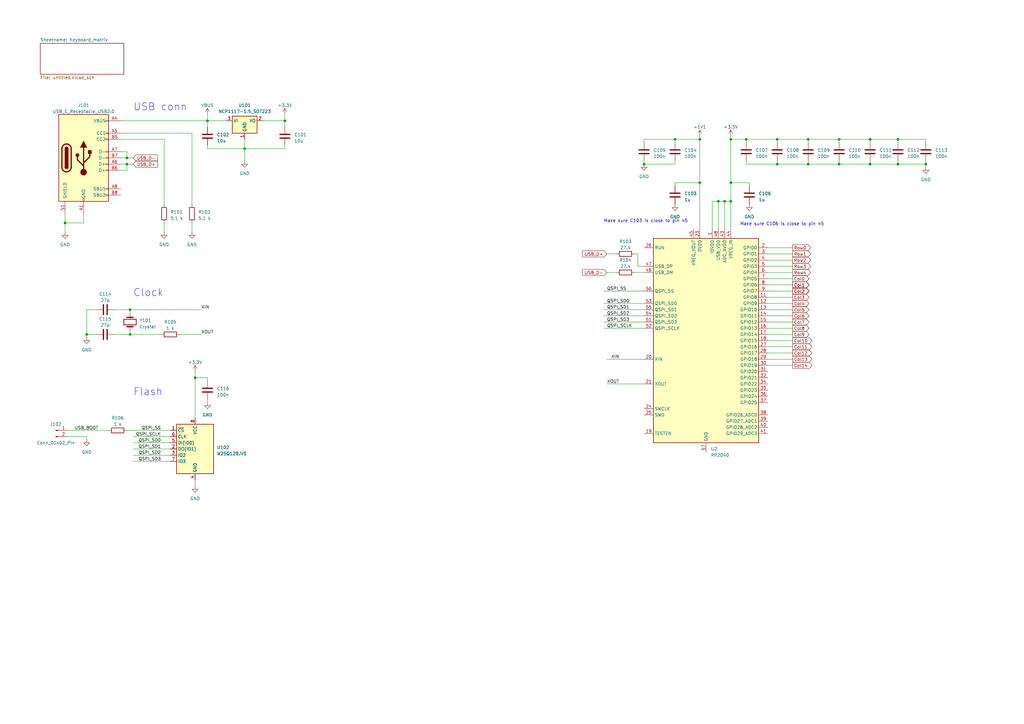
<source format=kicad_sch>
(kicad_sch (version 20230121) (generator eeschema)
  (paper "A3")
  (lib_symbols
    (symbol "Connector:Conn_01x02_Pin" (pin_names (offset 1.016) hide)
      (property "Reference" "J" (at 0 2.54 0))
      (property "Value" "Conn_01x02_Pin" (at 0 -5.08 0))
      (symbol "Conn_01x02_Pin_1_1"
        (polyline (pts (xy 1.27 -2.54) (xy 0.8636 -2.54)) (stroke (width 0.1524)))
        (polyline (pts (xy 1.27 0) (xy 0.8636 0)) (stroke (width 0.1524)))
        (rectangle (start 0.8636 -2.413) (end 0 -2.667) (stroke (width 0.1524)) (fill (type outline)))
        (rectangle (start 0.8636 0.127) (end 0 -0.127) (stroke (width 0.1524)) (fill (type outline)))
        (pin passive line (at 5.08 0 180) (length 3.81) (name "Pin_1") (number "1"))
        (pin passive line (at 5.08 -2.54 180) (length 3.81) (name "Pin_2") (number "2"))
      )
    )
    (symbol "Connector:USB_C_Receptacle_USB2.0" (pin_names (offset 1.016))
      (property "Reference" "J" (at -10.16 19.05 0))
      (property "Value" "USB_C_Receptacle_USB2.0" (at 19.05 19.05 0))
      (symbol "USB_C_Receptacle_USB2.0_0_0"
        (rectangle (start -0.254 -17.78) (end 0.254 -16.764))
        (rectangle (start 10.16 -14.986) (end 9.144 -15.494))
        (rectangle (start 10.16 -12.446) (end 9.144 -12.954))
        (rectangle (start 10.16 -4.826) (end 9.144 -5.334))
        (rectangle (start 10.16 -2.286) (end 9.144 -2.794))
        (rectangle (start 10.16 0.254) (end 9.144 -0.254))
        (rectangle (start 10.16 2.794) (end 9.144 2.286))
        (rectangle (start 10.16 7.874) (end 9.144 7.366))
        (rectangle (start 10.16 10.414) (end 9.144 9.906))
        (rectangle (start 10.16 15.494) (end 9.144 14.986))
      )
      (symbol "USB_C_Receptacle_USB2.0_0_1"
        (rectangle (start -10.16 17.78) (end 10.16 -17.78) (stroke (width 0.254)) (fill (type background)))
        (arc (start -8.89 -3.81) (mid -6.985 -5.7067) (end -5.08 -3.81) (stroke (width 0.508)))
        (arc (start -7.62 -3.81) (mid -6.985 -4.4423) (end -6.35 -3.81) (stroke (width 0.254)))
        (arc (start -7.62 -3.81) (mid -6.985 -4.4423) (end -6.35 -3.81) (stroke (width 0.254)) (fill (type outline)))
        (rectangle (start -7.62 -3.81) (end -6.35 3.81) (stroke (width 0.254)) (fill (type outline)))
        (arc (start -6.35 3.81) (mid -6.985 4.4423) (end -7.62 3.81) (stroke (width 0.254)))
        (arc (start -6.35 3.81) (mid -6.985 4.4423) (end -7.62 3.81) (stroke (width 0.254)) (fill (type outline)))
        (arc (start -5.08 3.81) (mid -6.985 5.7067) (end -8.89 3.81) (stroke (width 0.508)))
        (circle (center -2.54 1.143) (radius 0.635) (stroke (width 0.254)) (fill (type outline)))
        (circle (center 0 -5.842) (radius 1.27) (fill (type outline)))
        (polyline (pts (xy -8.89 -3.81) (xy -8.89 3.81)) (stroke (width 0.508)))
        (polyline (pts (xy -5.08 3.81) (xy -5.08 -3.81)) (stroke (width 0.508)))
        (polyline (pts (xy 0 -5.842) (xy 0 4.318)) (stroke (width 0.508)))
        (polyline (pts (xy 0 -3.302) (xy -2.54 -0.762) (xy -2.54 0.508)) (stroke (width 0.508)))
        (polyline (pts (xy 0 -2.032) (xy 2.54 0.508) (xy 2.54 1.778)) (stroke (width 0.508)))
        (polyline (pts (xy -1.27 4.318) (xy 0 6.858) (xy 1.27 4.318) (xy -1.27 4.318)) (stroke (width 0.254)) (fill (type outline)))
        (rectangle (start 1.905 1.778) (end 3.175 3.048) (stroke (width 0.254)) (fill (type outline)))
      )
      (symbol "USB_C_Receptacle_USB2.0_1_1"
        (pin passive line (at 0 -22.86 90) (length 5.08) (name "GND") (number "A1"))
        (pin passive line (at 0 -22.86 90) (length 5.08) hide (name "GND") (number "A12"))
        (pin passive line (at 15.24 15.24 180) (length 5.08) (name "VBUS") (number "A4"))
        (pin bidirectional line (at 15.24 10.16 180) (length 5.08) (name "CC1") (number "A5"))
        (pin bidirectional line (at 15.24 -2.54 180) (length 5.08) (name "D+") (number "A6"))
        (pin bidirectional line (at 15.24 2.54 180) (length 5.08) (name "D-") (number "A7"))
        (pin bidirectional line (at 15.24 -12.7 180) (length 5.08) (name "SBU1") (number "A8"))
        (pin passive line (at 15.24 15.24 180) (length 5.08) hide (name "VBUS") (number "A9"))
        (pin passive line (at 0 -22.86 90) (length 5.08) hide (name "GND") (number "B1"))
        (pin passive line (at 0 -22.86 90) (length 5.08) hide (name "GND") (number "B12"))
        (pin passive line (at 15.24 15.24 180) (length 5.08) hide (name "VBUS") (number "B4"))
        (pin bidirectional line (at 15.24 7.62 180) (length 5.08) (name "CC2") (number "B5"))
        (pin bidirectional line (at 15.24 -5.08 180) (length 5.08) (name "D+") (number "B6"))
        (pin bidirectional line (at 15.24 0 180) (length 5.08) (name "D-") (number "B7"))
        (pin bidirectional line (at 15.24 -15.24 180) (length 5.08) (name "SBU2") (number "B8"))
        (pin passive line (at 15.24 15.24 180) (length 5.08) hide (name "VBUS") (number "B9"))
        (pin passive line (at -7.62 -22.86 90) (length 5.08) (name "SHIELD") (number "S1"))
      )
    )
    (symbol "Device:C" (pin_numbers hide) (pin_names (offset 0.254))
      (property "Reference" "C" (at 0.635 2.54 0))
      (property "Value" "C" (at 0.635 -2.54 0))
      (symbol "C_0_1"
        (polyline (pts (xy -2.032 -0.762) (xy 2.032 -0.762)) (stroke (width 0.508)))
        (polyline (pts (xy -2.032 0.762) (xy 2.032 0.762)) (stroke (width 0.508)))
      )
      (symbol "C_1_1"
        (pin passive line (at 0 3.81 270) (length 2.794) (name "~") (number "1"))
        (pin passive line (at 0 -3.81 90) (length 2.794) (name "~") (number "2"))
      )
    )
    (symbol "Device:Crystal" (pin_numbers hide) (pin_names (offset 1.016) hide)
      (property "Reference" "Y" (at 0 3.81 0))
      (property "Value" "Crystal" (at 0 -3.81 0))
      (symbol "Crystal_0_1"
        (rectangle (start -1.143 2.54) (end 1.143 -2.54) (stroke (width 0.3048)))
        (polyline (pts (xy -2.54 0) (xy -1.905 0)))
        (polyline (pts (xy -1.905 -1.27) (xy -1.905 1.27)) (stroke (width 0.508)))
        (polyline (pts (xy 1.905 -1.27) (xy 1.905 1.27)) (stroke (width 0.508)))
        (polyline (pts (xy 2.54 0) (xy 1.905 0)))
      )
      (symbol "Crystal_1_1"
        (pin passive line (at -3.81 0 0) (length 1.27) (name "1") (number "1"))
        (pin passive line (at 3.81 0 180) (length 1.27) (name "2") (number "2"))
      )
    )
    (symbol "Device:R" (pin_numbers hide) (pin_names (offset 0))
      (property "Reference" "R" (at 2.032 0 90))
      (property "Value" "R" (at 0 0 90))
      (symbol "R_0_1"
        (rectangle (start -1.016 -2.54) (end 1.016 2.54) (stroke (width 0.254)))
      )
      (symbol "R_1_1"
        (pin passive line (at 0 3.81 270) (length 1.27) (name "~") (number "1"))
        (pin passive line (at 0 -3.81 90) (length 1.27) (name "~") (number "2"))
      )
    )
    (symbol "MCU_RaspberryPi:RP2040"
      (property "Reference" "U" (at 17.78 45.72 0))
      (property "Value" "RP2040" (at 17.78 43.18 0))
      (symbol "RP2040_0_1"
        (rectangle (start -21.59 41.91) (end 21.59 -41.91) (stroke (width 0.254)) (fill (type background)))
      )
      (symbol "RP2040_1_1"
        (pin power_in line (at 2.54 45.72 270) (length 3.81) (name "IOVDD") (number "1"))
        (pin passive line (at 2.54 45.72 270) (length 3.81) hide (name "IOVDD") (number "10"))
        (pin bidirectional line (at 25.4 17.78 180) (length 3.81) (name "GPIO8") (number "11"))
        (pin bidirectional line (at 25.4 15.24 180) (length 3.81) (name "GPIO9") (number "12"))
        (pin bidirectional line (at 25.4 12.7 180) (length 3.81) (name "GPIO10") (number "13"))
        (pin bidirectional line (at 25.4 10.16 180) (length 3.81) (name "GPIO11") (number "14"))
        (pin bidirectional line (at 25.4 7.62 180) (length 3.81) (name "GPIO12") (number "15"))
        (pin bidirectional line (at 25.4 5.08 180) (length 3.81) (name "GPIO13") (number "16"))
        (pin bidirectional line (at 25.4 2.54 180) (length 3.81) (name "GPIO14") (number "17"))
        (pin bidirectional line (at 25.4 0 180) (length 3.81) (name "GPIO15") (number "18"))
        (pin input line (at -25.4 -38.1 0) (length 3.81) (name "TESTEN") (number "19"))
        (pin bidirectional line (at 25.4 38.1 180) (length 3.81) (name "GPIO0") (number "2"))
        (pin input line (at -25.4 -7.62 0) (length 3.81) (name "XIN") (number "20"))
        (pin passive line (at -25.4 -17.78 0) (length 3.81) (name "XOUT") (number "21"))
        (pin passive line (at 2.54 45.72 270) (length 3.81) hide (name "IOVDD") (number "22"))
        (pin power_in line (at -2.54 45.72 270) (length 3.81) (name "DVDD") (number "23"))
        (pin input line (at -25.4 -27.94 0) (length 3.81) (name "SWCLK") (number "24"))
        (pin bidirectional line (at -25.4 -30.48 0) (length 3.81) (name "SWD") (number "25"))
        (pin input line (at -25.4 38.1 0) (length 3.81) (name "RUN") (number "26"))
        (pin bidirectional line (at 25.4 -2.54 180) (length 3.81) (name "GPIO16") (number "27"))
        (pin bidirectional line (at 25.4 -5.08 180) (length 3.81) (name "GPIO17") (number "28"))
        (pin bidirectional line (at 25.4 -7.62 180) (length 3.81) (name "GPIO18") (number "29"))
        (pin bidirectional line (at 25.4 35.56 180) (length 3.81) (name "GPIO1") (number "3"))
        (pin bidirectional line (at 25.4 -10.16 180) (length 3.81) (name "GPIO19") (number "30"))
        (pin bidirectional line (at 25.4 -12.7 180) (length 3.81) (name "GPIO20") (number "31"))
        (pin bidirectional line (at 25.4 -15.24 180) (length 3.81) (name "GPIO21") (number "32"))
        (pin passive line (at 2.54 45.72 270) (length 3.81) hide (name "IOVDD") (number "33"))
        (pin bidirectional line (at 25.4 -17.78 180) (length 3.81) (name "GPIO22") (number "34"))
        (pin bidirectional line (at 25.4 -20.32 180) (length 3.81) (name "GPIO23") (number "35"))
        (pin bidirectional line (at 25.4 -22.86 180) (length 3.81) (name "GPIO24") (number "36"))
        (pin bidirectional line (at 25.4 -25.4 180) (length 3.81) (name "GPIO25") (number "37"))
        (pin bidirectional line (at 25.4 -30.48 180) (length 3.81) (name "GPIO26_ADC0") (number "38"))
        (pin bidirectional line (at 25.4 -33.02 180) (length 3.81) (name "GPIO27_ADC1") (number "39"))
        (pin bidirectional line (at 25.4 33.02 180) (length 3.81) (name "GPIO2") (number "4"))
        (pin bidirectional line (at 25.4 -35.56 180) (length 3.81) (name "GPIO28_ADC2") (number "40"))
        (pin bidirectional line (at 25.4 -38.1 180) (length 3.81) (name "GPIO29_ADC3") (number "41"))
        (pin passive line (at 2.54 45.72 270) (length 3.81) hide (name "IOVDD") (number "42"))
        (pin power_in line (at 7.62 45.72 270) (length 3.81) (name "ADC_AVDD") (number "43"))
        (pin power_in line (at 10.16 45.72 270) (length 3.81) (name "VREG_IN") (number "44"))
        (pin power_out line (at -5.08 45.72 270) (length 3.81) (name "VREG_VOUT") (number "45"))
        (pin bidirectional line (at -25.4 27.94 0) (length 3.81) (name "USB_DM") (number "46"))
        (pin bidirectional line (at -25.4 30.48 0) (length 3.81) (name "USB_DP") (number "47"))
        (pin power_in line (at 5.08 45.72 270) (length 3.81) (name "USB_VDD") (number "48"))
        (pin passive line (at 2.54 45.72 270) (length 3.81) hide (name "IOVDD") (number "49"))
        (pin bidirectional line (at 25.4 30.48 180) (length 3.81) (name "GPIO3") (number "5"))
        (pin passive line (at -2.54 45.72 270) (length 3.81) hide (name "DVDD") (number "50"))
        (pin bidirectional line (at -25.4 7.62 0) (length 3.81) (name "QSPI_SD3") (number "51"))
        (pin output line (at -25.4 5.08 0) (length 3.81) (name "QSPI_SCLK") (number "52"))
        (pin bidirectional line (at -25.4 15.24 0) (length 3.81) (name "QSPI_SD0") (number "53"))
        (pin bidirectional line (at -25.4 10.16 0) (length 3.81) (name "QSPI_SD2") (number "54"))
        (pin bidirectional line (at -25.4 12.7 0) (length 3.81) (name "QSPI_SD1") (number "55"))
        (pin bidirectional line (at -25.4 20.32 0) (length 3.81) (name "QSPI_SS") (number "56"))
        (pin power_in line (at 0 -45.72 90) (length 3.81) (name "GND") (number "57"))
        (pin bidirectional line (at 25.4 27.94 180) (length 3.81) (name "GPIO4") (number "6"))
        (pin bidirectional line (at 25.4 25.4 180) (length 3.81) (name "GPIO5") (number "7"))
        (pin bidirectional line (at 25.4 22.86 180) (length 3.81) (name "GPIO6") (number "8"))
        (pin bidirectional line (at 25.4 20.32 180) (length 3.81) (name "GPIO7") (number "9"))
      )
    )
    (symbol "Memory_Flash:W25Q128JVS"
      (property "Reference" "U" (at -8.89 8.89 0))
      (property "Value" "W25Q128JVS" (at 7.62 8.89 0))
      (symbol "W25Q128JVS_0_1"
        (rectangle (start -7.62 10.16) (end 7.62 -10.16) (stroke (width 0.254)) (fill (type background)))
      )
      (symbol "W25Q128JVS_1_1"
        (pin input line (at -10.16 7.62 0) (length 2.54) (name "~{CS}") (number "1"))
        (pin bidirectional line (at -10.16 0 0) (length 2.54) (name "DO(IO1)") (number "2"))
        (pin bidirectional line (at -10.16 -2.54 0) (length 2.54) (name "IO2") (number "3"))
        (pin power_in line (at 0 -12.7 90) (length 2.54) (name "GND") (number "4"))
        (pin bidirectional line (at -10.16 2.54 0) (length 2.54) (name "DI(IO0)") (number "5"))
        (pin input line (at -10.16 5.08 0) (length 2.54) (name "CLK") (number "6"))
        (pin bidirectional line (at -10.16 -5.08 0) (length 2.54) (name "IO3") (number "7"))
        (pin power_in line (at 0 12.7 270) (length 2.54) (name "VCC") (number "8"))
      )
    )
    (symbol "Regulator_Linear:NCP1117-1.5_SOT223"
      (property "Reference" "U" (at -3.81 3.175 0))
      (property "Value" "NCP1117-1.5_SOT223" (at 0 3.175 0))
      (symbol "NCP1117-1.5_SOT223_0_1"
        (rectangle (start -5.08 -5.08) (end 5.08 1.905) (stroke (width 0.254)) (fill (type background)))
      )
      (symbol "NCP1117-1.5_SOT223_1_1"
        (pin power_in line (at 0 -7.62 90) (length 2.54) (name "GND") (number "1"))
        (pin power_out line (at 7.62 0 180) (length 2.54) (name "VO") (number "2"))
        (pin power_in line (at -7.62 0 0) (length 2.54) (name "VI") (number "3"))
      )
    )
    (symbol "power:+1V1" (power) (pin_names (offset 0))
      (property "Value" "+1V1" (at 0 3.556 0))
      (symbol "+1V1_0_1"
        (polyline (pts (xy -0.762 1.27) (xy 0 2.54)))
        (polyline (pts (xy 0 0) (xy 0 2.54)))
        (polyline (pts (xy 0 2.54) (xy 0.762 1.27)))
      )
      (symbol "+1V1_1_1"
        (pin power_in line (at 0 0 90) (length 0) hide (name "+1V1") (number "1"))
      )
    )
    (symbol "power:+3.3V" (power) (pin_names (offset 0))
      (property "Value" "+3.3V" (at 0 3.556 0))
      (symbol "+3.3V_0_1"
        (polyline (pts (xy -0.762 1.27) (xy 0 2.54)))
        (polyline (pts (xy 0 0) (xy 0 2.54)))
        (polyline (pts (xy 0 2.54) (xy 0.762 1.27)))
      )
      (symbol "+3.3V_1_1"
        (pin power_in line (at 0 0 90) (length 0) hide (name "+3.3V") (number "1"))
      )
    )
    (symbol "power:GND" (power) (pin_names (offset 0))
      (property "Value" "GND" (at 0 -3.81 0))
      (symbol "GND_0_1"
        (polyline (pts (xy 0 0) (xy 0 -1.27) (xy 1.27 -1.27) (xy 0 -2.54) (xy -1.27 -1.27) (xy 0 -1.27)))
      )
      (symbol "GND_1_1"
        (pin power_in line (at 0 0 270) (length 0) hide (name "GND") (number "1"))
      )
    )
    (symbol "power:VBUS" (power) (pin_names (offset 0))
      (property "Value" "VBUS" (at 0 3.81 0))
      (symbol "VBUS_0_1"
        (polyline (pts (xy -0.762 1.27) (xy 0 2.54)))
        (polyline (pts (xy 0 0) (xy 0 2.54)))
        (polyline (pts (xy 0 2.54) (xy 0.762 1.27)))
      )
      (symbol "VBUS_1_1"
        (pin power_in line (at 0 0 90) (length 0) hide (name "VBUS") (number "1"))
      )
    )
  )
  (junction (at 331.47 57.15))
  (junction (at 53.34 137.16))
  (junction (at 100.33 60.96))
  (junction (at 276.86 57.15))
  (junction (at 35.56 137.16))
  (junction (at 85.09 49.53))
  (junction (at 52.07 64.77))
  (junction (at 52.07 67.31))
  (junction (at 379.73 67.31))
  (junction (at 287.02 57.15))
  (junction (at 356.87 67.31))
  (junction (at 368.3 67.31))
  (junction (at 299.72 57.15))
  (junction (at 26.67 91.44))
  (junction (at 53.34 127))
  (junction (at 356.87 57.15))
  (junction (at 306.07 57.15))
  (junction (at 331.47 67.31))
  (junction (at 297.18 82.55))
  (junction (at 299.72 82.55))
  (junction (at 368.3 57.15))
  (junction (at 318.77 57.15))
  (junction (at 344.17 67.31))
  (junction (at 299.72 74.93))
  (junction (at 294.64 82.55))
  (junction (at 116.84 49.53))
  (junction (at 344.17 57.15))
  (junction (at 264.16 67.31))
  (junction (at 318.77 67.31))
  (junction (at 80.01 154.94))
  (junction (at 287.02 74.93))
  (wire (pts (xy 80.01 154.94) (xy 80.01 171.45)))
  (wire (pts (xy 53.34 127) (xy 53.34 128.27)))
  (wire (pts (xy 247.65 129.54) (xy 264.16 129.54)))
  (wire (pts (xy 54.61 181.61) (xy 69.85 181.61)))
  (wire (pts (xy 52.07 176.53) (xy 69.85 176.53)))
  (wire (pts (xy 78.74 54.61) (xy 49.53 54.61)))
  (wire (pts (xy 107.95 49.53) (xy 116.84 49.53)))
  (wire (pts (xy 85.09 60.96) (xy 85.09 59.69)))
  (wire (pts (xy 314.96 149.86) (xy 325.12 149.86)))
  (wire (pts (xy 52.07 64.77) (xy 54.61 64.77)))
  (wire (pts (xy 276.86 74.93) (xy 276.86 76.2)))
  (wire (pts (xy 325.12 106.68) (xy 314.96 106.68)))
  (wire (pts (xy 46.99 137.16) (xy 53.34 137.16)))
  (wire (pts (xy 318.77 58.42) (xy 318.77 57.15)))
  (wire (pts (xy 49.53 62.23) (xy 52.07 62.23)))
  (wire (pts (xy 314.96 137.16) (xy 325.12 137.16)))
  (wire (pts (xy 299.72 74.93) (xy 307.34 74.93)))
  (wire (pts (xy 85.09 154.94) (xy 85.09 156.21)))
  (wire (pts (xy 294.64 82.55) (xy 297.18 82.55)))
  (wire (pts (xy 331.47 67.31) (xy 331.47 66.04)))
  (wire (pts (xy 314.96 134.62) (xy 325.12 134.62)))
  (wire (pts (xy 294.64 82.55) (xy 294.64 93.98)))
  (wire (pts (xy 325.12 101.6) (xy 314.96 101.6)))
  (wire (pts (xy 85.09 46.99) (xy 85.09 49.53)))
  (wire (pts (xy 276.86 57.15) (xy 287.02 57.15)))
  (wire (pts (xy 260.35 104.14) (xy 261.62 104.14)))
  (wire (pts (xy 368.3 57.15) (xy 379.73 57.15)))
  (wire (pts (xy 247.65 127) (xy 264.16 127)))
  (wire (pts (xy 100.33 60.96) (xy 116.84 60.96)))
  (wire (pts (xy 299.72 82.55) (xy 299.72 93.98)))
  (wire (pts (xy 85.09 49.53) (xy 92.71 49.53)))
  (wire (pts (xy 379.73 67.31) (xy 379.73 66.04)))
  (wire (pts (xy 368.3 58.42) (xy 368.3 57.15)))
  (wire (pts (xy 344.17 58.42) (xy 344.17 57.15)))
  (wire (pts (xy 344.17 57.15) (xy 356.87 57.15)))
  (wire (pts (xy 54.61 179.07) (xy 69.85 179.07)))
  (wire (pts (xy 27.94 179.07) (xy 35.56 179.07)))
  (wire (pts (xy 248.92 111.76) (xy 252.73 111.76)))
  (wire (pts (xy 85.09 49.53) (xy 85.09 52.07)))
  (wire (pts (xy 318.77 57.15) (xy 331.47 57.15)))
  (wire (pts (xy 100.33 57.15) (xy 100.33 60.96)))
  (wire (pts (xy 287.02 74.93) (xy 287.02 93.98)))
  (wire (pts (xy 314.96 129.54) (xy 325.12 129.54)))
  (wire (pts (xy 306.07 57.15) (xy 318.77 57.15)))
  (wire (pts (xy 49.53 64.77) (xy 52.07 64.77)))
  (wire (pts (xy 314.96 147.32) (xy 325.12 147.32)))
  (wire (pts (xy 116.84 60.96) (xy 116.84 59.69)))
  (wire (pts (xy 85.09 60.96) (xy 100.33 60.96)))
  (wire (pts (xy 299.72 55.88) (xy 299.72 57.15)))
  (wire (pts (xy 307.34 74.93) (xy 307.34 76.2)))
  (wire (pts (xy 247.65 134.62) (xy 264.16 134.62)))
  (wire (pts (xy 356.87 57.15) (xy 368.3 57.15)))
  (wire (pts (xy 306.07 67.31) (xy 306.07 66.04)))
  (wire (pts (xy 247.65 124.46) (xy 264.16 124.46)))
  (wire (pts (xy 379.73 67.31) (xy 379.73 68.58)))
  (wire (pts (xy 49.53 49.53) (xy 85.09 49.53)))
  (wire (pts (xy 325.12 109.22) (xy 314.96 109.22)))
  (wire (pts (xy 53.34 137.16) (xy 66.04 137.16)))
  (wire (pts (xy 261.62 109.22) (xy 264.16 109.22)))
  (wire (pts (xy 297.18 82.55) (xy 299.72 82.55)))
  (wire (pts (xy 247.65 132.08) (xy 264.16 132.08)))
  (wire (pts (xy 49.53 67.31) (xy 52.07 67.31)))
  (wire (pts (xy 35.56 179.07) (xy 35.56 180.34)))
  (wire (pts (xy 35.56 127) (xy 35.56 137.16)))
  (wire (pts (xy 264.16 57.15) (xy 264.16 58.42)))
  (wire (pts (xy 261.62 104.14) (xy 261.62 109.22)))
  (wire (pts (xy 53.34 127) (xy 82.55 127)))
  (wire (pts (xy 314.96 139.7) (xy 325.12 139.7)))
  (wire (pts (xy 276.86 66.04) (xy 276.86 67.31)))
  (wire (pts (xy 54.61 184.15) (xy 69.85 184.15)))
  (wire (pts (xy 27.94 176.53) (xy 44.45 176.53)))
  (wire (pts (xy 67.31 91.44) (xy 67.31 95.25)))
  (wire (pts (xy 379.73 57.15) (xy 379.73 58.42)))
  (wire (pts (xy 264.16 57.15) (xy 276.86 57.15)))
  (wire (pts (xy 314.96 116.84) (xy 325.12 116.84)))
  (wire (pts (xy 356.87 58.42) (xy 356.87 57.15)))
  (wire (pts (xy 331.47 57.15) (xy 344.17 57.15)))
  (wire (pts (xy 34.29 87.63) (xy 34.29 91.44)))
  (wire (pts (xy 314.96 142.24) (xy 325.12 142.24)))
  (wire (pts (xy 247.65 119.38) (xy 264.16 119.38)))
  (wire (pts (xy 67.31 83.82) (xy 67.31 57.15)))
  (wire (pts (xy 306.07 58.42) (xy 306.07 57.15)))
  (wire (pts (xy 292.1 93.98) (xy 292.1 82.55)))
  (wire (pts (xy 314.96 114.3) (xy 325.12 114.3)))
  (wire (pts (xy 331.47 58.42) (xy 331.47 57.15)))
  (wire (pts (xy 260.35 111.76) (xy 264.16 111.76)))
  (wire (pts (xy 52.07 69.85) (xy 52.07 67.31)))
  (wire (pts (xy 318.77 67.31) (xy 318.77 66.04)))
  (wire (pts (xy 54.61 186.69) (xy 69.85 186.69)))
  (wire (pts (xy 80.01 154.94) (xy 85.09 154.94)))
  (wire (pts (xy 116.84 49.53) (xy 116.84 52.07)))
  (wire (pts (xy 356.87 67.31) (xy 356.87 66.04)))
  (wire (pts (xy 67.31 57.15) (xy 49.53 57.15)))
  (wire (pts (xy 368.3 67.31) (xy 379.73 67.31)))
  (wire (pts (xy 73.66 137.16) (xy 82.55 137.16)))
  (wire (pts (xy 26.67 87.63) (xy 26.67 91.44)))
  (wire (pts (xy 39.37 127) (xy 35.56 127)))
  (wire (pts (xy 85.09 163.83) (xy 85.09 165.1)))
  (wire (pts (xy 276.86 74.93) (xy 287.02 74.93)))
  (wire (pts (xy 52.07 67.31) (xy 54.61 67.31)))
  (wire (pts (xy 314.96 144.78) (xy 325.12 144.78)))
  (wire (pts (xy 344.17 67.31) (xy 356.87 67.31)))
  (wire (pts (xy 325.12 111.76) (xy 314.96 111.76)))
  (wire (pts (xy 314.96 132.08) (xy 325.12 132.08)))
  (wire (pts (xy 276.86 57.15) (xy 276.86 58.42)))
  (wire (pts (xy 292.1 82.55) (xy 294.64 82.55)))
  (wire (pts (xy 299.72 57.15) (xy 306.07 57.15)))
  (wire (pts (xy 264.16 66.04) (xy 264.16 67.31)))
  (wire (pts (xy 287.02 57.15) (xy 287.02 74.93)))
  (wire (pts (xy 297.18 82.55) (xy 297.18 93.98)))
  (wire (pts (xy 100.33 60.96) (xy 100.33 66.04)))
  (wire (pts (xy 299.72 57.15) (xy 299.72 74.93)))
  (wire (pts (xy 80.01 152.4) (xy 80.01 154.94)))
  (wire (pts (xy 78.74 91.44) (xy 78.74 95.25)))
  (wire (pts (xy 46.99 127) (xy 53.34 127)))
  (wire (pts (xy 248.92 104.14) (xy 252.73 104.14)))
  (wire (pts (xy 314.96 119.38) (xy 325.12 119.38)))
  (wire (pts (xy 80.01 196.85) (xy 80.01 199.39)))
  (wire (pts (xy 34.29 91.44) (xy 26.67 91.44)))
  (wire (pts (xy 314.96 121.92) (xy 325.12 121.92)))
  (wire (pts (xy 368.3 67.31) (xy 368.3 66.04)))
  (wire (pts (xy 78.74 54.61) (xy 78.74 83.82)))
  (wire (pts (xy 299.72 74.93) (xy 299.72 82.55)))
  (wire (pts (xy 35.56 137.16) (xy 39.37 137.16)))
  (wire (pts (xy 306.07 67.31) (xy 318.77 67.31)))
  (wire (pts (xy 356.87 67.31) (xy 368.3 67.31)))
  (wire (pts (xy 49.53 69.85) (xy 52.07 69.85)))
  (wire (pts (xy 248.92 147.32) (xy 264.16 147.32)))
  (wire (pts (xy 264.16 67.31) (xy 276.86 67.31)))
  (wire (pts (xy 325.12 104.14) (xy 314.96 104.14)))
  (wire (pts (xy 26.67 91.44) (xy 26.67 95.25)))
  (wire (pts (xy 331.47 67.31) (xy 344.17 67.31)))
  (wire (pts (xy 344.17 67.31) (xy 344.17 66.04)))
  (wire (pts (xy 318.77 67.31) (xy 331.47 67.31)))
  (wire (pts (xy 53.34 135.89) (xy 53.34 137.16)))
  (wire (pts (xy 54.61 189.23) (xy 69.85 189.23)))
  (wire (pts (xy 116.84 46.99) (xy 116.84 49.53)))
  (wire (pts (xy 314.96 124.46) (xy 325.12 124.46)))
  (wire (pts (xy 314.96 127) (xy 325.12 127)))
  (wire (pts (xy 35.56 137.16) (xy 35.56 138.43)))
  (wire (pts (xy 52.07 62.23) (xy 52.07 64.77)))
  (wire (pts (xy 248.92 157.48) (xy 264.16 157.48)))
  (wire (pts (xy 287.02 55.88) (xy 287.02 57.15)))
  (text "USB conn" (at 54.61 45.72 0) (effects (font (size 3 3)) (justify left bottom)))
  (text "Clock" (at 54.61 121.92 0) (effects (font (size 3 3)) (justify left bottom)))
  (text "Make sure C106 is close to pin 45\n" (at 303.53 92.71 0) (effects (font (size 1.27 1.27)) (justify left bottom)))
  (text "Flash" (at 54.61 162.56 0) (effects (font (size 3 3)) (justify left bottom)))
  (text "Make sure C103 is close to pin 45\n" (at 247.65 91.44 0) (effects (font (size 1.27 1.27)) (justify left bottom)))
  (label "QSPI_SD1" (at 248.92 127 0))
  (label "QSPI_SCLK" (at 66.04 179.07 180))
  (label "QSPI_SD3" (at 66.04 189.23 180))
  (label "XOUT" (at 254 157.48 180))
  (label "QSPI_SS" (at 66.04 176.53 180))
  (label "QSPI_SD0" (at 66.04 181.61 180))
  (label "QSPI_SCLK" (at 248.92 134.62 0))
  (label "XIN" (at 82.55 127 0))
  (label "QSPI_SD3" (at 248.92 132.08 0))
  (label "QSPI_SD1" (at 66.04 184.15 180))
  (label "QSPI_SS" (at 248.92 119.38 0))
  (label "QSPI_SD0" (at 248.92 124.46 0))
  (label "XOUT" (at 82.55 137.16 0))
  (label "QSPI_SD2" (at 66.04 186.69 180))
  (label "XIN" (at 254 147.32 180))
  (label "QSPI_SD2" (at 248.92 129.54 0))
  (label "USB_BOOT" (at 30.48 176.53 0))
  (global_label "Col2" (shape output) (at 325.12 119.38 0) (property "Intersheetrefs" "${INTERSHEET_REFS}" (effects hide)))
  (global_label "Col5" (shape output) (at 325.12 127 0) (property "Intersheetrefs" "${INTERSHEET_REFS}" (effects hide)))
  (global_label "Col11" (shape output) (at 325.12 142.24 0) (property "Intersheetrefs" "${INTERSHEET_REFS}" (effects hide)))
  (global_label "Col3" (shape output) (at 325.12 121.92 0) (property "Intersheetrefs" "${INTERSHEET_REFS}" (effects hide)))
  (global_label "Row3" (shape output) (at 325.12 109.22 0) (property "Intersheetrefs" "${INTERSHEET_REFS}" (effects hide)))
  (global_label "Col9" (shape output) (at 325.12 137.16 0) (property "Intersheetrefs" "${INTERSHEET_REFS}" (effects hide)))
  (global_label "Col13" (shape output) (at 325.12 147.32 0) (property "Intersheetrefs" "${INTERSHEET_REFS}" (effects hide)))
  (global_label "Row2" (shape output) (at 325.12 106.68 0) (property "Intersheetrefs" "${INTERSHEET_REFS}" (effects hide)))
  (global_label "Col2" (shape output) (at 325.12 119.38 0) (property "Intersheetrefs" "${INTERSHEET_REFS}" (effects hide)))
  (global_label "Col12" (shape output) (at 325.12 144.78 0) (property "Intersheetrefs" "${INTERSHEET_REFS}" (effects hide)))
  (global_label "USB_D-" (shape input) (at 248.92 111.76 180) (property "Intersheetrefs" "${INTERSHEET_REFS}" (effects hide)))
  (global_label "Col6" (shape output) (at 325.12 129.54 0) (property "Intersheetrefs" "${INTERSHEET_REFS}" (effects hide)))
  (global_label "Col1" (shape output) (at 325.12 116.84 0) (property "Intersheetrefs" "${INTERSHEET_REFS}" (effects hide)))
  (global_label "Col8" (shape output) (at 325.12 134.62 0) (property "Intersheetrefs" "${INTERSHEET_REFS}" (effects hide)))
  (global_label "Col10" (shape output) (at 325.12 139.7 0) (property "Intersheetrefs" "${INTERSHEET_REFS}" (effects hide)))
  (global_label "Col7" (shape output) (at 325.12 132.08 0) (property "Intersheetrefs" "${INTERSHEET_REFS}" (effects hide)))
  (global_label "Col14" (shape output) (at 325.12 149.86 0) (property "Intersheetrefs" "${INTERSHEET_REFS}" (effects hide)))
  (global_label "Col4" (shape output) (at 325.12 124.46 0) (property "Intersheetrefs" "${INTERSHEET_REFS}" (effects hide)))
  (global_label "USB_D+" (shape input) (at 54.61 67.31 0) (property "Intersheetrefs" "${INTERSHEET_REFS}" (effects hide)))
  (global_label "Row0" (shape output) (at 325.12 101.6 0) (property "Intersheetrefs" "${INTERSHEET_REFS}" (effects hide)))
  (global_label "USB_D+" (shape input) (at 248.92 104.14 180) (property "Intersheetrefs" "${INTERSHEET_REFS}" (effects hide)))
  (global_label "USB_D-" (shape input) (at 54.61 64.77 0) (property "Intersheetrefs" "${INTERSHEET_REFS}" (effects hide)))
  (global_label "Row1" (shape output) (at 325.12 104.14 0) (property "Intersheetrefs" "${INTERSHEET_REFS}" (effects hide)))
  (global_label "Col0" (shape output) (at 325.12 114.3 0) (property "Intersheetrefs" "${INTERSHEET_REFS}" (effects hide)))
  (global_label "Row4" (shape output) (at 325.12 111.76 0) (property "Intersheetrefs" "${INTERSHEET_REFS}" (effects hide)))
  (global_label "Col1" (shape output) (at 325.12 116.84 0) (property "Intersheetrefs" "${INTERSHEET_REFS}" (effects hide)))
  (symbol (lib_id "power:+3.3V") (at 299.72 55.88 0) (unit 1)
    (property "Reference" "#PWR0112" (effects hide))
    (property "Value" "+3.3V" (at 299.72 52.07 0))
  )
  (symbol (lib_id "Device:C") (at 368.3 62.23 0) (unit 1)
    (property "Reference" "C112" (at 372.11 61.595 0) (effects (justify left)))
    (property "Value" "100n" (at 372.11 64.135 0) (effects (justify left)))
    (property "Footprint" "Capacitor_SMD:C_0201_0603Metric" (effects hide))
  )
  (symbol (lib_id "Device:C") (at 85.09 55.88 0) (unit 1)
    (property "Reference" "C102" (at 88.9 55.245 0) (effects (justify left)))
    (property "Value" "10u" (at 88.9 57.785 0) (effects (justify left)))
    (property "Footprint" "Capacitor_SMD:C_0201_0603Metric" (effects hide))
  )
  (symbol (lib_id "power:GND") (at 276.86 83.82 0) (unit 1)
    (property "Reference" "#PWR0105" (effects hide))
    (property "Value" "GND" (at 276.86 88.9 0))
  )
  (symbol (lib_id "power:GND") (at 35.56 138.43 0) (unit 1)
    (property "Reference" "#PWR0113" (effects hide))
    (property "Value" "GND" (at 35.56 143.51 0))
  )
  (symbol (lib_id "Device:C") (at 276.86 80.01 0) (unit 1)
    (property "Reference" "C103" (at 280.67 79.375 0) (effects (justify left)))
    (property "Value" "1u" (at 280.67 81.915 0) (effects (justify left)))
    (property "Footprint" "Capacitor_SMD:C_0201_0603Metric" (effects hide))
  )
  (symbol (lib_id "power:+3.3V") (at 116.84 46.99 0) (unit 1)
    (property "Reference" "#PWR0101" (effects hide))
    (property "Value" "+3.3V" (at 116.84 43.18 0))
  )
  (symbol (lib_id "power:GND") (at 264.16 67.31 0) (unit 1)
    (property "Reference" "#PWR0109" (effects hide))
    (property "Value" "GND" (at 264.16 72.39 0))
  )
  (symbol (lib_id "Device:R") (at 48.26 176.53 270) (unit 1)
    (property "Reference" "R106" (at 48.26 171.45 90))
    (property "Value" "1 k" (at 48.26 173.99 90))
    (property "Footprint" "Resistor_SMD:R_0201_0603Metric" (effects hide))
  )
  (symbol (lib_id "Device:C") (at 276.86 62.23 0) (unit 1)
    (property "Reference" "C104" (at 280.67 61.595 0) (effects (justify left)))
    (property "Value" "100n" (at 280.67 64.135 0) (effects (justify left)))
    (property "Footprint" "Capacitor_SMD:C_0201_0603Metric" (effects hide))
  )
  (symbol (lib_id "power:GND") (at 100.33 66.04 0) (unit 1)
    (property "Reference" "#PWR0103" (effects hide))
    (property "Value" "GND" (at 100.33 71.12 0))
  )
  (symbol (lib_id "Device:R") (at 69.85 137.16 270) (unit 1)
    (property "Reference" "R105" (at 69.85 132.08 90))
    (property "Value" "1 k" (at 69.85 134.62 90))
    (property "Footprint" "Resistor_SMD:R_0201_0603Metric" (effects hide))
  )
  (symbol (lib_id "power:GND") (at 78.74 95.25 0) (unit 1)
    (property "Reference" "#PWR0107" (effects hide))
    (property "Value" "GND" (at 78.74 100.33 0))
  )
  (symbol (lib_id "power:GND") (at 26.67 95.25 0) (unit 1)
    (property "Reference" "#PWR0102" (effects hide))
    (property "Value" "GND" (at 26.67 100.33 0))
  )
  (symbol (lib_id "power:+1V1") (at 287.02 55.88 0) (unit 1)
    (property "Reference" "#PWR0110" (effects hide))
    (property "Value" "+1V1" (at 287.02 52.07 0))
  )
  (symbol (lib_id "MCU_RaspberryPi:RP2040") (at 289.56 139.7 0) (unit 1)
    (property "Reference" "U2" (at 291.5159 184.15 0) (effects (justify left)))
    (property "Value" "RP2040" (at 291.5159 186.69 0) (effects (justify left)))
    (property "Footprint" "Package_DFN_QFN:QFN-56-1EP_7x7mm_P0.4mm_EP3.2x3.2mm" (effects hide))
    (property "Datasheet" "https://datasheets.raspberrypi.com/rp2040/rp2040-datasheet.pdf" (effects hide))
  )
  (symbol (lib_id "Device:C") (at 264.16 62.23 0) (unit 1)
    (property "Reference" "C105" (at 267.97 61.595 0) (effects (justify left)))
    (property "Value" "100n" (at 267.97 64.135 0) (effects (justify left)))
    (property "Footprint" "Capacitor_SMD:C_0201_0603Metric" (effects hide))
  )
  (symbol (lib_id "Memory_Flash:W25Q128JVS") (at 80.01 184.15 0) (unit 1)
    (property "Reference" "U102" (at 88.9 183.515 0) (effects (justify left)))
    (property "Value" "W25Q128JVS" (at 88.9 186.055 0) (effects (justify left)))
    (property "Footprint" "Package_SO:SOIC-8_5.23x5.23mm_P1.27mm" (effects hide))
    (property "Datasheet" "http://www.winbond.com/resource-files/w25q128jv_dtr%20revc%2003272018%20plus.pdf" (effects hide))
  )
  (symbol (lib_id "Device:C") (at 331.47 62.23 0) (unit 1)
    (property "Reference" "C109" (at 335.28 61.595 0) (effects (justify left)))
    (property "Value" "100n" (at 335.28 64.135 0) (effects (justify left)))
    (property "Footprint" "Capacitor_SMD:C_0201_0603Metric" (effects hide))
  )
  (symbol (lib_id "Device:C") (at 85.09 160.02 0) (unit 1)
    (property "Reference" "C116" (at 88.9 159.385 0) (effects (justify left)))
    (property "Value" "100n" (at 88.9 161.925 0) (effects (justify left)))
    (property "Footprint" "Capacitor_SMD:C_0201_0603Metric" (effects hide))
  )
  (symbol (lib_id "power:GND") (at 80.01 199.39 0) (unit 1)
    (property "Reference" "#PWR0114" (effects hide))
    (property "Value" "GND" (at 80.01 204.47 0))
  )
  (symbol (lib_id "power:GND") (at 307.34 83.82 0) (unit 1)
    (property "Reference" "#PWR0111" (effects hide))
    (property "Value" "GND" (at 307.34 88.9 0))
  )
  (symbol (lib_id "Device:C") (at 356.87 62.23 0) (unit 1)
    (property "Reference" "C111" (at 360.68 61.595 0) (effects (justify left)))
    (property "Value" "100n" (at 360.68 64.135 0) (effects (justify left)))
    (property "Footprint" "Capacitor_SMD:C_0201_0603Metric" (effects hide))
  )
  (symbol (lib_id "Device:R") (at 78.74 87.63 180) (unit 1)
    (property "Reference" "R102" (at 81.28 86.995 0) (effects (justify right)))
    (property "Value" "5.1 k" (at 81.28 89.535 0) (effects (justify right)))
    (property "Footprint" "Resistor_SMD:R_0201_0603Metric" (effects hide))
  )
  (symbol (lib_id "Device:R") (at 67.31 87.63 180) (unit 1)
    (property "Reference" "R101" (at 69.85 86.995 0) (effects (justify right)))
    (property "Value" "5.1 k" (at 69.85 89.535 0) (effects (justify right)))
    (property "Footprint" "Resistor_SMD:R_0201_0603Metric" (effects hide))
  )
  (symbol (lib_id "Device:R") (at 256.54 111.76 270) (unit 1)
    (property "Reference" "R104" (at 256.54 106.68 90))
    (property "Value" "27.4" (at 256.54 109.22 90))
    (property "Footprint" "Resistor_SMD:R_0201_0603Metric" (effects hide))
  )
  (symbol (lib_id "power:GND") (at 35.56 180.34 0) (unit 1)
    (property "Reference" "#PWR0117" (effects hide))
    (property "Value" "GND" (at 35.56 185.42 0))
  )
  (symbol (lib_id "Device:C") (at 318.77 62.23 0) (unit 1)
    (property "Reference" "C108" (at 322.58 61.595 0) (effects (justify left)))
    (property "Value" "100n" (at 322.58 64.135 0) (effects (justify left)))
    (property "Footprint" "Capacitor_SMD:C_0201_0603Metric" (effects hide))
  )
  (symbol (lib_id "power:VBUS") (at 85.09 46.99 0) (unit 1)
    (property "Reference" "#PWR0108" (effects hide))
    (property "Value" "VBUS" (at 85.09 43.18 0))
  )
  (symbol (lib_id "Device:C") (at 43.18 137.16 90) (unit 1)
    (property "Reference" "C115" (at 43.18 130.81 90))
    (property "Value" "27p" (at 43.18 133.35 90))
    (property "Footprint" "Capacitor_SMD:C_0201_0603Metric" (effects hide))
  )
  (symbol (lib_id "Device:C") (at 307.34 80.01 0) (unit 1)
    (property "Reference" "C106" (at 311.15 79.375 0) (effects (justify left)))
    (property "Value" "1u" (at 311.15 81.915 0) (effects (justify left)))
    (property "Footprint" "Capacitor_SMD:C_0201_0603Metric" (effects hide))
  )
  (symbol (lib_id "Connector:Conn_01x02_Pin") (at 22.86 176.53 0) (unit 1)
    (property "Reference" "J102" (at 22.86 173.99 0))
    (property "Value" "Conn_01x02_Pin" (at 22.86 181.61 0))
    (property "Footprint" "Resistor_SMD:R_0805_2012Metric_Pad1.20x1.40mm_HandSolder" (effects hide))
  )
  (symbol (lib_id "Device:C") (at 306.07 62.23 0) (unit 1)
    (property "Reference" "C107" (at 309.88 61.595 0) (effects (justify left)))
    (property "Value" "100n" (at 309.88 64.135 0) (effects (justify left)))
    (property "Footprint" "Capacitor_SMD:C_0201_0603Metric" (effects hide))
  )
  (symbol (lib_id "power:GND") (at 379.73 68.58 0) (unit 1)
    (property "Reference" "#PWR0104" (effects hide))
    (property "Value" "GND" (at 379.73 73.66 0))
  )
  (symbol (lib_id "Device:C") (at 116.84 55.88 0) (unit 1)
    (property "Reference" "C101" (at 120.65 55.245 0) (effects (justify left)))
    (property "Value" "10u" (at 120.65 57.785 0) (effects (justify left)))
    (property "Footprint" "Capacitor_SMD:C_0201_0603Metric" (effects hide))
  )
  (symbol (lib_id "power:GND") (at 67.31 95.25 0) (unit 1)
    (property "Reference" "#PWR0106" (effects hide))
    (property "Value" "GND" (at 67.31 100.33 0))
  )
  (symbol (lib_id "power:GND") (at 85.09 165.1 0) (unit 1)
    (property "Reference" "#PWR0115" (effects hide))
    (property "Value" "GND" (at 85.09 170.18 0))
  )
  (symbol (lib_id "Device:R") (at 256.54 104.14 270) (unit 1)
    (property "Reference" "R103" (at 256.54 99.06 90))
    (property "Value" "27.4" (at 256.54 101.6 90))
    (property "Footprint" "Resistor_SMD:R_0201_0603Metric" (effects hide))
  )
  (symbol (lib_id "power:+3.3V") (at 80.01 152.4 0) (unit 1)
    (property "Reference" "#PWR0116" (effects hide))
    (property "Value" "+3.3V" (at 80.01 148.59 0))
  )
  (symbol (lib_id "Regulator_Linear:NCP1117-1.5_SOT223") (at 100.33 49.53 0) (unit 1)
    (property "Reference" "U101" (at 100.33 43.18 0))
    (property "Value" "NCP1117-1.5_SOT223" (at 100.33 45.72 0))
    (property "Footprint" "Package_TO_SOT_SMD:SOT-223-3_TabPin2" (effects hide))
    (property "Datasheet" "http://www.onsemi.com/pub_link/Collateral/NCP1117-D.PDF" (effects hide))
  )
  (symbol (lib_id "Device:Crystal") (at 53.34 132.08 90) (unit 1)
    (property "Reference" "Y101" (at 57.15 131.445 90) (effects (justify right)))
    (property "Value" "Crystal" (at 57.15 133.985 90) (effects (justify right)))
    (property "Footprint" "Crystal:Crystal_SMD_0603-2Pin_6.0x3.5mm" (effects hide))
  )
  (symbol (lib_id "Device:C") (at 344.17 62.23 0) (unit 1)
    (property "Reference" "C110" (at 347.98 61.595 0) (effects (justify left)))
    (property "Value" "100n" (at 347.98 64.135 0) (effects (justify left)))
    (property "Footprint" "Capacitor_SMD:C_0201_0603Metric" (effects hide))
  )
  (symbol (lib_id "Connector:USB_C_Receptacle_USB2.0") (at 34.29 64.77 0) (unit 1)
    (property "Reference" "J101" (at 34.29 43.18 0))
    (property "Value" "USB_C_Receptacle_USB2.0" (at 34.29 45.72 0))
    (property "Footprint" "Connector_USB:USB_C_Receptacle_Amphenol_12401548E4-2A" (effects hide))
    (property "Datasheet" "https://www.usb.org/sites/default/files/documents/usb_type-c.zip" (effects hide))
  )
  (symbol (lib_id "Device:C") (at 43.18 127 90) (unit 1)
    (property "Reference" "C114" (at 43.18 120.65 90))
    (property "Value" "27p" (at 43.18 123.19 90))
    (property "Footprint" "Capacitor_SMD:C_0201_0603Metric" (effects hide))
  )
  (symbol (lib_id "Device:C") (at 379.73 62.23 0) (unit 1)
    (property "Reference" "C113" (at 383.54 61.595 0) (effects (justify left)))
    (property "Value" "100n" (at 383.54 64.135 0) (effects (justify left)))
    (property "Footprint" "Capacitor_SMD:C_0201_0603Metric" (effects hide))
  )
  (sheet (at 16.51 17.78) (size 34.29 12.7) (stroke (width 0.1524))
    (property "Sheetname" "Keyboard_matrix" (at 16.51 17.0684 0) (show_name) (effects (justify left bottom)))
    (property "Sheetfile" "untitled.kicad_sch" (at 16.51 31.0646 0) (effects (justify left top)))
  )
)
</source>
